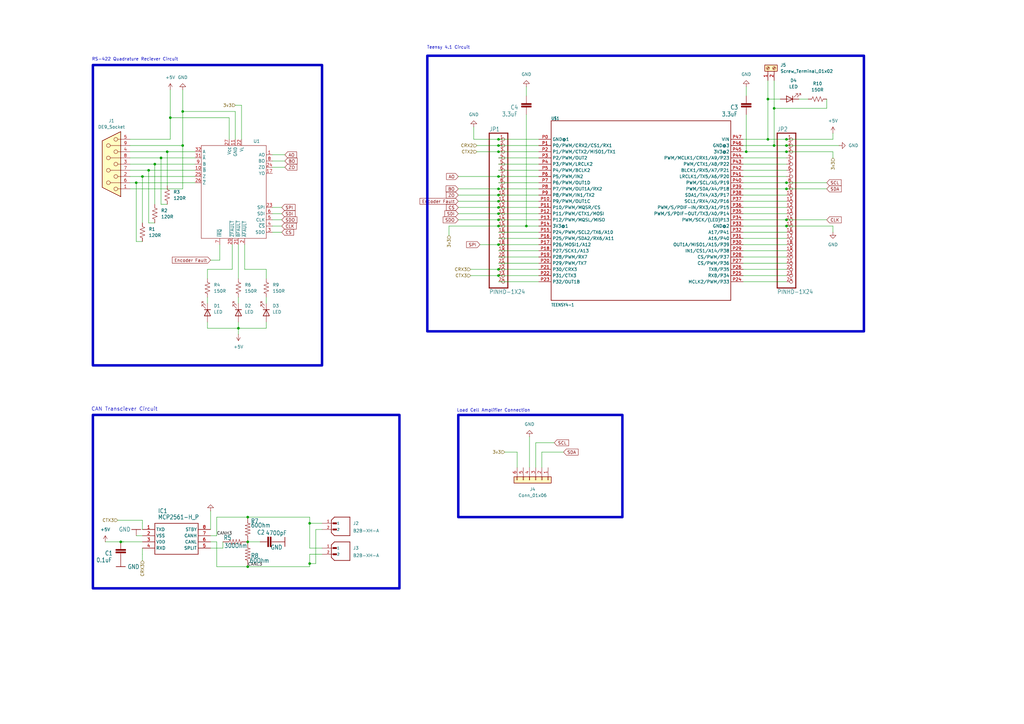
<source format=kicad_sch>
(kicad_sch (version 20250114) (generator "eeschema") (generator_version "9.0")
  (paper "A3")
  (lib_symbols
    (symbol "ATO Breakout Components:MAX14890E"
      (property "Reference" "U1" (at 7.366 19.558 0))
      (symbol "MAX14890E_0_1"
        (rectangle (start -13.97 17.78) (end 12.7 -20.32))
      )
      (symbol "MAX14890E_1_1"
        (pin input line (at -16.51 15.24 0) (length 2.54) (name "A") (number "32"))
        (pin input line (at -16.51 12.7 0) (length 2.54) (name "~{A}") (number "31"))
        (pin input line (at -16.51 10.16 0) (length 2.54) (name "B") (number "9"))
        (pin input line (at -16.51 7.62 0) (length 2.54) (name "~{B}") (number "10"))
        (pin output line (at -16.51 5.08 0) (length 2.54) (name "Z") (number "25"))
        (pin output line (at -16.51 2.54 0) (length 2.54) (name "~{Z}") (number "26"))
        (pin output line (at -6.35 -22.86 90) (length 2.54) (name "~{IRQ}") (number "7"))
        (pin output line (at -2.54 20.32 270) (length 2.54) (name "V_{CC}") (number "27"))
        (pin input line (at -1.27 -22.86 90) (length 2.54) (name "~{ZFAULT}") (number "20"))
        (pin input line (at 0 20.32 270) (length 2.54) (name "GND") (number "11"))
        (pin input line (at 1.27 -22.86 90) (length 2.54) (name "~{BFAULT}") (number "21"))
        (pin input line (at 2.54 20.32 270) (length 2.54) (name "V_{L}") (number "22"))
        (pin output line (at 3.81 -22.86 90) (length 2.54) (name "~{AFAULT}") (number "2"))
        (pin input line (at 15.24 13.97 180) (length 2.54) (name "AO") (number "1"))
        (pin output line (at 15.24 11.43 180) (length 2.54) (name "BO") (number "8"))
        (pin output line (at 15.24 8.89 180) (length 2.54) (name "ZO") (number "24"))
        (pin input line (at 15.24 6.35 180) (length 2.54) (name "YO") (number "17"))
        (pin input line (at 15.24 -7.62 180) (length 2.54) (name "SPI") (number "23"))
        (pin input line (at 15.24 -10.16 180) (length 2.54) (name "SDI") (number "6"))
        (pin input line (at 15.24 -12.7 180) (length 2.54) (name "CLK") (number "5"))
        (pin output line (at 15.24 -15.24 180) (length 2.54) (name "~{CS}") (number "4"))
        (pin output line (at 15.24 -17.78 180) (length 2.54) (name "SDO") (number "3"))
      )
    )
    (symbol "Connector:DE9_Socket" (pin_names (offset 1.016) (hide yes))
      (property "Reference" "J" (at 0 13.97 0))
      (property "Value" "DE9_Socket" (at 0 -14.605 0))
      (symbol "DE9_Socket_0_1"
        (polyline (pts (xy -3.81 13.335) (xy -3.81 -13.335) (xy 3.81 -9.525) (xy 3.81 9.525) (xy -3.81 13.335)) (stroke (width 0.254)) (fill (type background)))
        (polyline (pts (xy -3.81 10.16) (xy -2.54 10.16)))
        (polyline (pts (xy -3.81 7.62) (xy 0.508 7.62)))
        (polyline (pts (xy -3.81 5.08) (xy -2.54 5.08)))
        (polyline (pts (xy -3.81 2.54) (xy 0.508 2.54)))
        (polyline (pts (xy -3.81 0) (xy -2.54 0)))
        (polyline (pts (xy -3.81 -2.54) (xy 0.508 -2.54)))
        (polyline (pts (xy -3.81 -5.08) (xy -2.54 -5.08)))
        (polyline (pts (xy -3.81 -7.62) (xy 0.508 -7.62)))
        (polyline (pts (xy -3.81 -10.16) (xy -2.54 -10.16)))
        (circle (center -1.778 10.16) (radius 0.762))
        (circle (center -1.778 5.08) (radius 0.762))
        (circle (center -1.778 0) (radius 0.762))
        (circle (center -1.778 -5.08) (radius 0.762))
        (circle (center -1.778 -10.16) (radius 0.762))
        (circle (center 1.27 7.62) (radius 0.762))
        (circle (center 1.27 2.54) (radius 0.762))
        (circle (center 1.27 -2.54) (radius 0.762))
        (circle (center 1.27 -7.62) (radius 0.762))
      )
      (symbol "DE9_Socket_1_1"
        (pin passive line (at -7.62 10.16 0) (length 3.81) (name "1") (number "1"))
        (pin passive line (at -7.62 7.62 0) (length 3.81) (name "6") (number "6"))
        (pin passive line (at -7.62 5.08 0) (length 3.81) (name "2") (number "2"))
        (pin passive line (at -7.62 2.54 0) (length 3.81) (name "7") (number "7"))
        (pin passive line (at -7.62 0 0) (length 3.81) (name "3") (number "3"))
        (pin passive line (at -7.62 -2.54 0) (length 3.81) (name "8") (number "8"))
        (pin passive line (at -7.62 -5.08 0) (length 3.81) (name "4") (number "4"))
        (pin passive line (at -7.62 -7.62 0) (length 3.81) (name "9") (number "9"))
        (pin passive line (at -7.62 -10.16 0) (length 3.81) (name "5") (number "5"))
      )
    )
    (symbol "Connector:Screw_Terminal_01x02" (pin_names (offset 1.016) (hide yes))
      (property "Reference" "J" (at 0 2.54 0))
      (property "Value" "Screw_Terminal_01x02" (at 0 -5.08 0))
      (symbol "Screw_Terminal_01x02_1_1"
        (rectangle (start -1.27 1.27) (end 1.27 -3.81) (stroke (width 0.254)) (fill (type background)))
        (polyline (pts (xy -0.5334 0.3302) (xy 0.3302 -0.508)) (stroke (width 0.1524)))
        (polyline (pts (xy -0.5334 -2.2098) (xy 0.3302 -3.048)) (stroke (width 0.1524)))
        (polyline (pts (xy -0.3556 0.508) (xy 0.508 -0.3302)) (stroke (width 0.1524)))
        (polyline (pts (xy -0.3556 -2.032) (xy 0.508 -2.8702)) (stroke (width 0.1524)))
        (circle (center 0 0) (radius 0.635) (stroke (width 0.1524)))
        (circle (center 0 -2.54) (radius 0.635) (stroke (width 0.1524)))
        (pin passive line (at -5.08 0 0) (length 3.81) (name "Pin_1") (number "1"))
        (pin passive line (at -5.08 -2.54 0) (length 3.81) (name "Pin_2") (number "2"))
      )
    )
    (symbol "Connector_Generic:Conn_01x06" (pin_names (offset 1.016) (hide yes))
      (property "Reference" "J" (at 0 7.62 0))
      (property "Value" "Conn_01x06" (at 0 -10.16 0))
      (symbol "Conn_01x06_1_1"
        (rectangle (start -1.27 6.35) (end 1.27 -8.89) (stroke (width 0.254)) (fill (type background)))
        (rectangle (start -1.27 5.207) (end 0 4.953) (stroke (width 0.1524)))
        (rectangle (start -1.27 2.667) (end 0 2.413) (stroke (width 0.1524)))
        (rectangle (start -1.27 0.127) (end 0 -0.127) (stroke (width 0.1524)))
        (rectangle (start -1.27 -2.413) (end 0 -2.667) (stroke (width 0.1524)))
        (rectangle (start -1.27 -4.953) (end 0 -5.207) (stroke (width 0.1524)))
        (rectangle (start -1.27 -7.493) (end 0 -7.747) (stroke (width 0.1524)))
        (pin passive line (at -5.08 5.08 0) (length 3.81) (name "Pin_1") (number "1"))
        (pin passive line (at -5.08 2.54 0) (length 3.81) (name "Pin_2") (number "2"))
        (pin passive line (at -5.08 0 0) (length 3.81) (name "Pin_3") (number "3"))
        (pin passive line (at -5.08 -2.54 0) (length 3.81) (name "Pin_4") (number "4"))
        (pin passive line (at -5.08 -5.08 0) (length 3.81) (name "Pin_5") (number "5"))
        (pin passive line (at -5.08 -7.62 0) (length 3.81) (name "Pin_6") (number "6"))
      )
    )
    (symbol "Device:LED" (pin_numbers (hide yes)) (pin_names (offset 1.016) (hide yes))
      (property "Reference" "D" (at 0 2.54 0))
      (property "Value" "LED" (at 0 -2.54 0))
      (symbol "LED_0_1"
        (polyline (pts (xy -3.048 -0.762) (xy -4.572 -2.286) (xy -3.81 -2.286) (xy -4.572 -2.286) (xy -4.572 -1.524)))
        (polyline (pts (xy -1.778 -0.762) (xy -3.302 -2.286) (xy -2.54 -2.286) (xy -3.302 -2.286) (xy -3.302 -1.524)))
        (polyline (pts (xy -1.27 0) (xy 1.27 0)))
        (polyline (pts (xy -1.27 -1.27) (xy -1.27 1.27)) (stroke (width 0.254)))
        (polyline (pts (xy 1.27 -1.27) (xy 1.27 1.27) (xy -1.27 0) (xy 1.27 -1.27)) (stroke (width 0.254)))
      )
      (symbol "LED_1_1"
        (pin passive line (at -3.81 0 0) (length 2.54) (name "K") (number "1"))
        (pin passive line (at 3.81 0 180) (length 2.54) (name "A") (number "2"))
      )
    )
    (symbol "Device:R_US" (pin_numbers (hide yes)) (pin_names (offset 0))
      (property "Reference" "R" (at 2.54 0 90))
      (property "Value" "R_US" (at -2.54 0 90))
      (symbol "R_US_0_1"
        (polyline (pts (xy 0 2.286) (xy 0 2.54)))
        (polyline (pts (xy 0 2.286) (xy 1.016 1.905) (xy 0 1.524) (xy -1.016 1.143) (xy 0 0.762)))
        (polyline (pts (xy 0 0.762) (xy 1.016 0.381) (xy 0 0) (xy -1.016 -0.381) (xy 0 -0.762)))
        (polyline (pts (xy 0 -0.762) (xy 1.016 -1.143) (xy 0 -1.524) (xy -1.016 -1.905) (xy 0 -2.286)))
        (polyline (pts (xy 0 -2.286) (xy 0 -2.54)))
      )
      (symbol "R_US_1_1"
        (pin passive line (at 0 3.81 270) (length 1.27) (name "~") (number "1"))
        (pin passive line (at 0 -3.81 90) (length 1.27) (name "~") (number "2"))
      )
    )
    (symbol "Digikey Components:B2B-XH-A" (pin_names (offset 1.016))
      (property "Reference" "J" (at -2.54 6.35 0))
      (property "Value" "B2B-XH-A" (at -2.54 -5.08 0))
      (symbol "B2B-XH-A_0_0"
        (polyline (pts (xy -3.81 3.81) (xy -3.81 -1.27)) (stroke (width 0.254)))
        (polyline (pts (xy -3.81 3.81) (xy -2.54 5.08)) (stroke (width 0.254)))
        (polyline (pts (xy -3.81 -1.27) (xy -2.54 -2.54)) (stroke (width 0.254)))
        (rectangle (start -3.175 2.2225) (end -1.5875 2.8575) (stroke (width 0.1)) (fill (type outline)))
        (rectangle (start -3.175 -0.3175) (end -1.5875 0.3175) (stroke (width 0.1)) (fill (type outline)))
        (polyline (pts (xy -2.54 -2.54) (xy 3.81 -2.54)) (stroke (width 0.254)))
        (polyline (pts (xy 3.81 5.08) (xy -2.54 5.08)) (stroke (width 0.254)))
        (polyline (pts (xy 3.81 -2.54) (xy 3.81 5.08)) (stroke (width 0.254)))
        (pin passive line (at -7.62 2.54 0) (length 5.08) (name "1") (number "1"))
        (pin passive line (at -7.62 0 0) (length 5.08) (name "2") (number "2"))
      )
    )
    (symbol "power:+5V" (power) (pin_numbers (hide yes)) (pin_names (offset 0) (hide yes))
      (property "Value" "+5V" (at 0 3.556 0))
      (symbol "+5V_0_1"
        (polyline (pts (xy -0.762 1.27) (xy 0 2.54)))
        (polyline (pts (xy 0 2.54) (xy 0.762 1.27)))
        (polyline (pts (xy 0 0) (xy 0 2.54)))
      )
      (symbol "+5V_1_1"
        (pin power_in line (at 0 0 90) (length 0) (name "~") (number "1"))
      )
    )
    (symbol "power:GND" (power) (pin_numbers (hide yes)) (pin_names (offset 0) (hide yes))
      (property "Value" "GND" (at 0 -3.81 0))
      (symbol "GND_0_1"
        (polyline (pts (xy 0 0) (xy 0 -1.27) (xy 1.27 -1.27) (xy 0 -2.54) (xy -1.27 -1.27) (xy 0 -1.27)))
      )
      (symbol "GND_1_1"
        (pin power_in line (at 0 0 270) (length 0) (name "~") (number "1"))
      )
    )
    (symbol "rdsData-eagle-import:CAP"
      (property "Reference" "C" (at 1.524 2.921 0))
      (symbol "CAP_1_0"
        (rectangle (start -2.032 1.524) (end 2.032 2.032) (fill (type outline)))
        (rectangle (start -2.032 0.508) (end 2.032 1.016) (fill (type outline)))
        (polyline (pts (xy 0 2.54) (xy 0 2.032)) (stroke (width 0.1524)))
        (polyline (pts (xy 0 0) (xy 0 0.508)) (stroke (width 0.1524)))
        (pin passive line (at 0 5.08 270) (length 2.54) (name "1") (number "1"))
        (pin passive line (at 0 -2.54 90) (length 2.54) (name "2") (number "2"))
      )
    )
    (symbol "rdsData-eagle-import:GND" (power)
      (symbol "GND_1_0"
        (polyline (pts (xy -1.905 0) (xy 1.905 0)) (stroke (width 0.254)))
        (pin power_in line (at 0 2.54 270) (length 2.54) (name "GND") (number "1"))
      )
    )
    (symbol "rdsData-eagle-import:MCP2561-H_P"
      (property "Reference" "IC" (at 24.13 7.62 0))
      (symbol "MCP2561-H_P_1_0"
        (polyline (pts (xy 5.08 2.54) (xy 5.08 -10.16)) (stroke (width 0.254)))
        (polyline (pts (xy 5.08 2.54) (xy 22.86 2.54)) (stroke (width 0.254)))
        (polyline (pts (xy 22.86 -10.16) (xy 5.08 -10.16)) (stroke (width 0.254)))
        (polyline (pts (xy 22.86 -10.16) (xy 22.86 2.54)) (stroke (width 0.254)))
        (pin bidirectional line (at 0 0 0) (length 5.08) (name "TXD") (number "1"))
        (pin bidirectional line (at 0 -2.54 0) (length 5.08) (name "VSS") (number "2"))
        (pin bidirectional line (at 0 -5.08 0) (length 5.08) (name "VDD") (number "3"))
        (pin bidirectional line (at 0 -7.62 0) (length 5.08) (name "RXD") (number "4"))
        (pin bidirectional line (at 27.94 0 180) (length 5.08) (name "STBY") (number "8"))
        (pin bidirectional line (at 27.94 -2.54 180) (length 5.08) (name "CANH") (number "7"))
        (pin bidirectional line (at 27.94 -5.08 180) (length 5.08) (name "CANL") (number "6"))
        (pin bidirectional line (at 27.94 -7.62 180) (length 5.08) (name "SPLIT") (number "5"))
      )
    )
    (symbol "rdsData-eagle-import:PINHD-1X24"
      (property "Reference" "JP" (at -6.35 31.115 0))
      (symbol "PINHD-1X24_1_0"
        (polyline (pts (xy -6.35 30.48) (xy -6.35 -33.02)) (stroke (width 0.4064)))
        (polyline (pts (xy -6.35 -33.02) (xy 1.27 -33.02)) (stroke (width 0.4064)))
        (polyline (pts (xy 1.27 30.48) (xy -6.35 30.48)) (stroke (width 0.4064)))
        (polyline (pts (xy 1.27 -33.02) (xy 1.27 30.48)) (stroke (width 0.4064)))
        (pin passive inverted (at -2.54 27.94 0) (length 2.54) (name "1") (number "1"))
        (pin passive inverted (at -2.54 25.4 0) (length 2.54) (name "2") (number "2"))
        (pin passive inverted (at -2.54 22.86 0) (length 2.54) (name "3") (number "3"))
        (pin passive inverted (at -2.54 20.32 0) (length 2.54) (name "4") (number "4"))
        (pin passive inverted (at -2.54 17.78 0) (length 2.54) (name "5") (number "5"))
        (pin passive inverted (at -2.54 15.24 0) (length 2.54) (name "6") (number "6"))
        (pin passive inverted (at -2.54 12.7 0) (length 2.54) (name "7") (number "7"))
        (pin passive inverted (at -2.54 10.16 0) (length 2.54) (name "8") (number "8"))
        (pin passive inverted (at -2.54 7.62 0) (length 2.54) (name "9") (number "9"))
        (pin passive inverted (at -2.54 5.08 0) (length 2.54) (name "10") (number "10"))
        (pin passive inverted (at -2.54 2.54 0) (length 2.54) (name "11") (number "11"))
        (pin passive inverted (at -2.54 0 0) (length 2.54) (name "12") (number "12"))
        (pin passive inverted (at -2.54 -2.54 0) (length 2.54) (name "13") (number "13"))
        (pin passive inverted (at -2.54 -5.08 0) (length 2.54) (name "14") (number "14"))
        (pin passive inverted (at -2.54 -7.62 0) (length 2.54) (name "15") (number "15"))
        (pin passive inverted (at -2.54 -10.16 0) (length 2.54) (name "16") (number "16"))
        (pin passive inverted (at -2.54 -12.7 0) (length 2.54) (name "17") (number "17"))
        (pin passive inverted (at -2.54 -15.24 0) (length 2.54) (name "18") (number "18"))
        (pin passive inverted (at -2.54 -17.78 0) (length 2.54) (name "19") (number "19"))
        (pin passive inverted (at -2.54 -20.32 0) (length 2.54) (name "20") (number "20"))
        (pin passive inverted (at -2.54 -22.86 0) (length 2.54) (name "21") (number "21"))
        (pin passive inverted (at -2.54 -25.4 0) (length 2.54) (name "22") (number "22"))
        (pin passive inverted (at -2.54 -27.94 0) (length 2.54) (name "23") (number "23"))
        (pin passive inverted (at -2.54 -30.48 0) (length 2.54) (name "24") (number "24"))
      )
    )
    (symbol "rdsData-eagle-import:RES"
      (property "Reference" "R" (at -3.81 1.4986 0))
      (symbol "RES_1_0"
        (polyline (pts (xy -2.54 0) (xy -2.159 1.016)) (stroke (width 0.1524)))
        (polyline (pts (xy -2.159 1.016) (xy -1.524 -1.016)) (stroke (width 0.1524)))
        (polyline (pts (xy -1.524 -1.016) (xy -0.889 1.016)) (stroke (width 0.1524)))
        (polyline (pts (xy -0.889 1.016) (xy -0.254 -1.016)) (stroke (width 0.1524)))
        (polyline (pts (xy -0.254 -1.016) (xy 0.381 1.016)) (stroke (width 0.1524)))
        (polyline (pts (xy 0.381 1.016) (xy 1.016 -1.016)) (stroke (width 0.1524)))
        (polyline (pts (xy 1.016 -1.016) (xy 1.651 1.016)) (stroke (width 0.1524)))
        (polyline (pts (xy 1.651 1.016) (xy 2.286 -1.016)) (stroke (width 0.1524)))
        (polyline (pts (xy 2.286 -1.016) (xy 2.54 0)) (stroke (width 0.1524)))
        (pin passive line (at -5.08 0 0) (length 2.54) (name "1") (number "1"))
        (pin passive line (at 5.08 0 180) (length 2.54) (name "2") (number "2"))
      )
    )
    (symbol "rdsData-eagle-import:TEENSY4-1"
      (symbol "TEENSY4-1_1_0"
        (polyline (pts (xy -38.1 35.56) (xy 35.56 35.56)) (stroke (width 0.254)))
        (polyline (pts (xy -38.1 -38.1) (xy -38.1 35.56)) (stroke (width 0.254)))
        (polyline (pts (xy 35.56 35.56) (xy 35.56 -38.1)) (stroke (width 0.254)))
        (polyline (pts (xy 35.56 -38.1) (xy -38.1 -38.1)) (stroke (width 0.254)))
        (pin bidirectional line (at -43.18 27.94 0) (length 5.08) (name "GND@1") (number "P0"))
        (pin bidirectional line (at -43.18 25.4 0) (length 5.08) (name "P0/PWM/CRX2/CS1/RX1") (number "P1"))
        (pin bidirectional line (at -43.18 22.86 0) (length 5.08) (name "P1/PWM/CTX2/MISO1/TX1") (number "P2"))
        (pin bidirectional line (at -43.18 20.32 0) (length 5.08) (name "P2/PWM/OUT2") (number "P3"))
        (pin bidirectional line (at -43.18 17.78 0) (length 5.08) (name "P3/PWM/LRCLK2") (number "P4"))
        (pin bidirectional line (at -43.18 15.24 0) (length 5.08) (name "P4/PWM/BCLK2") (number "P5"))
        (pin bidirectional line (at -43.18 12.7 0) (length 5.08) (name "P5/PWM/IN2") (number "P6"))
        (pin bidirectional line (at -43.18 10.16 0) (length 5.08) (name "P6/PWM/OUT1D") (number "P7"))
        (pin bidirectional line (at -43.18 7.62 0) (length 5.08) (name "P7/PWM/OUT1A/RX2") (number "P8"))
        (pin bidirectional line (at -43.18 5.08 0) (length 5.08) (name "P8/PWM/IN1/TX2") (number "P9"))
        (pin bidirectional line (at -43.18 2.54 0) (length 5.08) (name "P9/PWM/OUT1C") (number "P10"))
        (pin bidirectional line (at -43.18 0 0) (length 5.08) (name "P10/PWM/MQSR/CS") (number "P11"))
        (pin bidirectional line (at -43.18 -2.54 0) (length 5.08) (name "P11/PWM/CTX1/MOSI") (number "P12"))
        (pin bidirectional line (at -43.18 -5.08 0) (length 5.08) (name "P12/PWM/MQSL/MISO") (number "P13"))
        (pin bidirectional line (at -43.18 -7.62 0) (length 5.08) (name "3V3@1") (number "P14"))
        (pin bidirectional line (at -43.18 -10.16 0) (length 5.08) (name "P24/PWM/SCL2/TX6/A10") (number "P15"))
        (pin bidirectional line (at -43.18 -12.7 0) (length 5.08) (name "P25/PWM/SDA2/RX6/A11") (number "P16"))
        (pin bidirectional line (at -43.18 -15.24 0) (length 5.08) (name "P26/MOSI1/A12") (number "P17"))
        (pin bidirectional line (at -43.18 -17.78 0) (length 5.08) (name "P27/SCK1/A13") (number "P18"))
        (pin bidirectional line (at -43.18 -20.32 0) (length 5.08) (name "P28/PWM/RX7") (number "P19"))
        (pin bidirectional line (at -43.18 -22.86 0) (length 5.08) (name "P29/PWM/TX7") (number "P20"))
        (pin bidirectional line (at -43.18 -25.4 0) (length 5.08) (name "P30/CRX3") (number "P21"))
        (pin bidirectional line (at -43.18 -27.94 0) (length 5.08) (name "P31/CTX3") (number "P22"))
        (pin bidirectional line (at -43.18 -30.48 0) (length 5.08) (name "P32/OUT1B") (number "P23"))
        (pin bidirectional line (at 40.64 27.94 180) (length 5.08) (name "VIN") (number "P47"))
        (pin bidirectional line (at 40.64 25.4 180) (length 5.08) (name "GND@3") (number "P46"))
        (pin bidirectional line (at 40.64 22.86 180) (length 5.08) (name "3V3@2") (number "P45"))
        (pin bidirectional line (at 40.64 20.32 180) (length 5.08) (name "PWM/MCLK1/CRX1/A9/P23") (number "P44"))
        (pin bidirectional line (at 40.64 17.78 180) (length 5.08) (name "PWM/CTX1/A8/P22") (number "P43"))
        (pin bidirectional line (at 40.64 15.24 180) (length 5.08) (name "BLCK1/RX5/A7/P21") (number "P42"))
        (pin bidirectional line (at 40.64 12.7 180) (length 5.08) (name "LRCLK1/TX5/A6/P20") (number "P41"))
        (pin bidirectional line (at 40.64 10.16 180) (length 5.08) (name "PWM/SCL/A5/P19") (number "P40"))
        (pin bidirectional line (at 40.64 7.62 180) (length 5.08) (name "PWM/SDA/A4/P18") (number "P39"))
        (pin bidirectional line (at 40.64 5.08 180) (length 5.08) (name "SDA1/TX4/A3/P17") (number "P38"))
        (pin bidirectional line (at 40.64 2.54 180) (length 5.08) (name "SCL1/RX4/A2/P16") (number "P37"))
        (pin bidirectional line (at 40.64 0 180) (length 5.08) (name "PWM/S/PDIF-IN/RX3/A1/P15") (number "P36"))
        (pin bidirectional line (at 40.64 -2.54 180) (length 5.08) (name "PWM/S/PDIF-OUT/TX3/A0/P14") (number "P35"))
        (pin bidirectional line (at 40.64 -5.08 180) (length 5.08) (name "PWM/SCK/(LED)P13") (number "P34"))
        (pin bidirectional line (at 40.64 -7.62 180) (length 5.08) (name "GND@2") (number "P33"))
        (pin bidirectional line (at 40.64 -10.16 180) (length 5.08) (name "A17/P41") (number "P32"))
        (pin bidirectional line (at 40.64 -12.7 180) (length 5.08) (name "A16/P40") (number "P31"))
        (pin bidirectional line (at 40.64 -15.24 180) (length 5.08) (name "OUT1A/MISO1/A15/P39") (number "P30"))
        (pin bidirectional line (at 40.64 -17.78 180) (length 5.08) (name "IN1/CS1/A14/P38") (number "P29"))
        (pin bidirectional line (at 40.64 -20.32 180) (length 5.08) (name "CS/PWM/P37") (number "P28"))
        (pin bidirectional line (at 40.64 -22.86 180) (length 5.08) (name "CS/PWM/P36") (number "P27"))
        (pin bidirectional line (at 40.64 -25.4 180) (length 5.08) (name "TX8/P35") (number "P26"))
        (pin bidirectional line (at 40.64 -27.94 180) (length 5.08) (name "RX8/P34") (number "P25"))
        (pin bidirectional line (at 40.64 -30.48 180) (length 5.08) (name "MCLK2/PWM/P33") (number "P24"))
      )
    )
  )
  (rectangle (start 175.26 22.86) (end 354.33 135.89) (stroke (width 1.016)))
  (rectangle (start 38.1 26.67) (end 132.08 149.86) (stroke (width 1.016)))
  (rectangle (start 187.96 170.18) (end 255.27 212.09) (stroke (width 1.016)))
  (rectangle (start 38.1 170.18) (end 163.83 241.3) (stroke (width 1.016)))
  (text "Load Cell Amplifier Connection" (at 202.438 168.402 0) (effects (font (size 1.27 1.27))))
  (text "RS-422 Quadrature Reciever Circuit" (at 55.372 24.384 0) (effects (font (size 1.27 1.27))))
  (text "Teensy 4.1 Circuit" (at 183.896 19.558 0) (effects (font (size 1.27 1.27))))
  (text "CAN Transciever Circuit" (at 51.054 167.894 0) (effects (font (size 1.524 1.524))))
  (junction (at 69.85 48.26))
  (junction (at 127 214.63))
  (junction (at 322.58 74.93))
  (junction (at 204.47 110.49))
  (junction (at 204.47 62.23))
  (junction (at 49.53 222.25))
  (junction (at 314.96 57.15))
  (junction (at 66.04 64.77))
  (junction (at 322.58 62.23))
  (junction (at 63.5 67.31))
  (junction (at 74.93 45.72))
  (junction (at 317.5 59.69))
  (junction (at 322.58 57.15))
  (junction (at 204.47 100.33))
  (junction (at 322.58 92.71))
  (junction (at 204.47 80.01))
  (junction (at 204.47 72.39))
  (junction (at 204.47 59.69))
  (junction (at 101.6 212.09))
  (junction (at 204.47 90.17))
  (junction (at 204.47 85.09))
  (junction (at 204.47 77.47))
  (junction (at 74.93 59.69))
  (junction (at 317.5 44.45))
  (junction (at 204.47 113.03))
  (junction (at 55.88 74.93))
  (junction (at 306.07 62.23))
  (junction (at 204.47 82.55))
  (junction (at 58.42 72.39))
  (junction (at 204.47 87.63))
  (junction (at 215.9 92.71))
  (junction (at 68.58 62.23))
  (junction (at 60.96 69.85))
  (junction (at 314.96 40.64))
  (junction (at 101.6 222.25))
  (junction (at 322.58 90.17))
  (junction (at 322.58 77.47))
  (junction (at 127 231.14))
  (junction (at 204.47 92.71))
  (junction (at 101.6 232.41))
  (junction (at 97.79 134.62))
  (junction (at 322.58 59.69))
  (junction (at 204.47 57.15))
  (wire (pts (xy 97.79 132.08) (xy 97.79 134.62)))
  (wire (pts (xy 111.76 90.17) (xy 115.57 90.17)))
  (wire (pts (xy 63.5 91.44) (xy 60.96 91.44)))
  (wire (pts (xy 304.8 110.49) (xy 322.58 110.49)))
  (wire (pts (xy 204.47 107.95) (xy 220.98 107.95)))
  (wire (pts (xy 304.8 80.01) (xy 322.58 80.01)))
  (wire (pts (xy 99.06 43.18) (xy 96.52 43.18)))
  (wire (pts (xy 129.54 217.17) (xy 129.54 231.14)))
  (wire (pts (xy 187.96 77.47) (xy 204.47 77.47)))
  (wire (pts (xy 304.8 102.87) (xy 322.58 102.87)))
  (wire (pts (xy 204.47 77.47) (xy 220.98 77.47)))
  (wire (pts (xy 127 214.63) (xy 127 224.79)) (stroke (width 0.1524)))
  (wire (pts (xy 111.76 85.09) (xy 115.57 85.09)))
  (wire (pts (xy 314.96 40.64) (xy 314.96 57.15)))
  (wire (pts (xy 187.96 82.55) (xy 204.47 82.55)))
  (wire (pts (xy 109.22 121.92) (xy 109.22 124.46)))
  (wire (pts (xy 68.58 62.23) (xy 68.58 76.2)))
  (wire (pts (xy 304.8 105.41) (xy 322.58 105.41)))
  (wire (pts (xy 48.26 213.36) (xy 58.42 213.36)))
  (wire (pts (xy 58.42 227.33) (xy 58.42 229.87)))
  (wire (pts (xy 204.47 110.49) (xy 220.98 110.49)))
  (wire (pts (xy 60.96 69.85) (xy 80.01 69.85)))
  (wire (pts (xy 127 227.33) (xy 132.08 227.33)) (stroke (width 0.1524)))
  (wire (pts (xy 53.34 74.93) (xy 55.88 74.93)))
  (wire (pts (xy 317.5 33.02) (xy 317.5 44.45)))
  (wire (pts (xy 85.09 110.49) (xy 95.25 110.49)))
  (wire (pts (xy 304.8 85.09) (xy 322.58 85.09)))
  (wire (pts (xy 204.47 69.85) (xy 220.98 69.85)))
  (wire (pts (xy 184.15 96.52) (xy 184.15 92.71)))
  (wire (pts (xy 304.8 72.39) (xy 322.58 72.39)))
  (wire (pts (xy 101.6 222.25) (xy 106.68 222.25)) (stroke (width 0.1524)))
  (wire (pts (xy 322.58 59.69) (xy 344.17 59.69)))
  (wire (pts (xy 304.8 115.57) (xy 322.58 115.57)))
  (wire (pts (xy 204.47 72.39) (xy 220.98 72.39)))
  (wire (pts (xy 215.9 35.56) (xy 215.9 39.37)))
  (wire (pts (xy 204.47 74.93) (xy 220.98 74.93)))
  (wire (pts (xy 187.96 72.39) (xy 204.47 72.39)))
  (wire (pts (xy 219.71 191.77) (xy 219.71 181.61)))
  (wire (pts (xy 86.36 222.25) (xy 88.9 222.25)) (stroke (width 0.1524)))
  (wire (pts (xy 304.8 82.55) (xy 322.58 82.55)))
  (wire (pts (xy 204.47 102.87) (xy 220.98 102.87)))
  (wire (pts (xy 222.25 191.77) (xy 222.25 185.42)))
  (wire (pts (xy 217.17 179.07) (xy 217.17 191.77)))
  (wire (pts (xy 101.6 212.09) (xy 127 212.09)) (stroke (width 0.1524)))
  (wire (pts (xy 304.8 57.15) (xy 314.96 57.15)))
  (wire (pts (xy 95.25 100.33) (xy 95.25 110.49)))
  (wire (pts (xy 85.09 132.08) (xy 85.09 134.62)))
  (wire (pts (xy 91.44 224.79) (xy 91.44 222.25)) (stroke (width 0.1524)))
  (wire (pts (xy 74.93 45.72) (xy 74.93 59.69)))
  (wire (pts (xy 219.71 181.61) (xy 227.33 181.61)))
  (wire (pts (xy 304.8 90.17) (xy 322.58 90.17)))
  (wire (pts (xy 60.96 91.44) (xy 60.96 69.85)))
  (wire (pts (xy 58.42 217.17) (xy 58.42 214.63)) (stroke (width 0.1524)))
  (wire (pts (xy 317.5 59.69) (xy 322.58 59.69)))
  (wire (pts (xy 101.6 232.41) (xy 127 232.41)) (stroke (width 0.1524)))
  (wire (pts (xy 99.06 57.15) (xy 99.06 43.18)))
  (wire (pts (xy 88.9 212.09) (xy 101.6 212.09)) (stroke (width 0.1524)))
  (wire (pts (xy 85.09 110.49) (xy 85.09 114.3)))
  (wire (pts (xy 43.18 222.25) (xy 49.53 222.25)) (stroke (width 0.1524)))
  (wire (pts (xy 184.15 92.71) (xy 204.47 92.71)))
  (wire (pts (xy 97.79 134.62) (xy 97.79 137.16)))
  (wire (pts (xy 304.8 62.23) (xy 306.07 62.23)))
  (wire (pts (xy 314.96 33.02) (xy 314.96 40.64)))
  (wire (pts (xy 304.8 64.77) (xy 322.58 64.77)))
  (wire (pts (xy 304.8 59.69) (xy 317.5 59.69)))
  (wire (pts (xy 66.04 64.77) (xy 66.04 83.82)))
  (wire (pts (xy 53.34 64.77) (xy 66.04 64.77)))
  (wire (pts (xy 339.09 40.64) (xy 339.09 44.45)))
  (wire (pts (xy 66.04 64.77) (xy 80.01 64.77)))
  (wire (pts (xy 304.8 87.63) (xy 322.58 87.63)))
  (wire (pts (xy 204.47 67.31) (xy 220.98 67.31)))
  (wire (pts (xy 97.79 134.62) (xy 109.22 134.62)))
  (wire (pts (xy 194.31 57.15) (xy 204.47 57.15)))
  (wire (pts (xy 341.63 62.23) (xy 341.63 64.77)))
  (wire (pts (xy 127 214.63) (xy 132.08 214.63)))
  (wire (pts (xy 204.47 97.79) (xy 220.98 97.79)))
  (wire (pts (xy 304.8 77.47) (xy 322.58 77.47)))
  (wire (pts (xy 187.96 87.63) (xy 204.47 87.63)))
  (wire (pts (xy 204.47 87.63) (xy 220.98 87.63)))
  (wire (pts (xy 86.36 224.79) (xy 91.44 224.79)) (stroke (width 0.1524)))
  (wire (pts (xy 317.5 44.45) (xy 317.5 59.69)))
  (wire (pts (xy 322.58 69.85) (xy 304.8 69.85)) (stroke (width 0.1524)))
  (wire (pts (xy 127 231.14) (xy 127 227.33)) (stroke (width 0.1524)))
  (wire (pts (xy 204.47 85.09) (xy 220.98 85.09)))
  (wire (pts (xy 69.85 36.83) (xy 69.85 48.26)))
  (wire (pts (xy 215.9 92.71) (xy 220.98 92.71)))
  (wire (pts (xy 111.76 68.58) (xy 116.84 68.58)))
  (wire (pts (xy 53.34 59.69) (xy 74.93 59.69)))
  (wire (pts (xy 204.47 80.01) (xy 220.98 80.01)))
  (wire (pts (xy 96.52 57.15) (xy 96.52 45.72)))
  (wire (pts (xy 195.58 59.69) (xy 204.47 59.69)))
  (wire (pts (xy 304.8 92.71) (xy 322.58 92.71)))
  (wire (pts (xy 341.63 92.71) (xy 322.58 92.71)))
  (wire (pts (xy 86.36 209.55) (xy 86.36 217.17)) (stroke (width 0.1524)))
  (wire (pts (xy 100.33 100.33) (xy 100.33 110.49)))
  (wire (pts (xy 204.47 95.25) (xy 220.98 95.25)))
  (wire (pts (xy 93.98 57.15) (xy 93.98 48.26)))
  (wire (pts (xy 55.88 99.06) (xy 55.88 74.93)))
  (wire (pts (xy 341.63 62.23) (xy 322.58 62.23)))
  (wire (pts (xy 304.8 74.93) (xy 322.58 74.93)))
  (wire (pts (xy 53.34 57.15) (xy 69.85 57.15)))
  (wire (pts (xy 58.42 72.39) (xy 80.01 72.39)))
  (wire (pts (xy 53.34 69.85) (xy 60.96 69.85)))
  (wire (pts (xy 306.07 62.23) (xy 322.58 62.23)))
  (wire (pts (xy 204.47 57.15) (xy 220.98 57.15)))
  (wire (pts (xy 204.47 64.77) (xy 220.98 64.77)))
  (wire (pts (xy 322.58 77.47) (xy 339.09 77.47)))
  (wire (pts (xy 204.47 90.17) (xy 220.98 90.17)))
  (wire (pts (xy 96.52 45.72) (xy 74.93 45.72)))
  (wire (pts (xy 93.98 48.26) (xy 69.85 48.26)))
  (wire (pts (xy 194.31 52.07) (xy 194.31 57.15)))
  (wire (pts (xy 111.76 87.63) (xy 115.57 87.63)))
  (wire (pts (xy 132.08 217.17) (xy 129.54 217.17)))
  (wire (pts (xy 111.76 92.71) (xy 115.57 92.71)))
  (wire (pts (xy 314.96 57.15) (xy 322.58 57.15)))
  (wire (pts (xy 111.76 95.25) (xy 115.57 95.25)))
  (wire (pts (xy 88.9 222.25) (xy 88.9 232.41)) (stroke (width 0.1524)))
  (wire (pts (xy 204.47 113.03) (xy 220.98 113.03)))
  (wire (pts (xy 314.96 40.64) (xy 320.04 40.64)))
  (wire (pts (xy 187.96 85.09) (xy 204.47 85.09)))
  (wire (pts (xy 53.34 77.47) (xy 74.93 77.47)))
  (wire (pts (xy 304.8 67.31) (xy 322.58 67.31)))
  (wire (pts (xy 327.66 40.64) (xy 331.47 40.64)))
  (wire (pts (xy 97.79 121.92) (xy 97.79 124.46)))
  (wire (pts (xy 100.33 110.49) (xy 109.22 110.49)))
  (wire (pts (xy 341.63 54.61) (xy 341.63 57.15)))
  (wire (pts (xy 58.42 72.39) (xy 58.42 91.44)))
  (wire (pts (xy 304.8 100.33) (xy 322.58 100.33)))
  (wire (pts (xy 68.58 83.82) (xy 66.04 83.82)))
  (wire (pts (xy 304.8 107.95) (xy 322.58 107.95)))
  (wire (pts (xy 127 212.09) (xy 127 214.63)) (stroke (width 0.1524)))
  (wire (pts (xy 63.5 67.31) (xy 63.5 83.82)))
  (wire (pts (xy 304.8 97.79) (xy 322.58 97.79)))
  (wire (pts (xy 204.47 82.55) (xy 220.98 82.55)))
  (wire (pts (xy 69.85 48.26) (xy 69.85 57.15)))
  (wire (pts (xy 86.36 106.68) (xy 90.17 106.68)))
  (wire (pts (xy 127 232.41) (xy 127 231.14)) (stroke (width 0.1524)))
  (wire (pts (xy 222.25 185.42) (xy 231.14 185.42)))
  (wire (pts (xy 196.85 100.33) (xy 204.47 100.33)))
  (wire (pts (xy 341.63 95.25) (xy 341.63 92.71)))
  (wire (pts (xy 204.47 62.23) (xy 220.98 62.23)))
  (wire (pts (xy 88.9 219.71) (xy 88.9 212.09)) (stroke (width 0.1524)))
  (wire (pts (xy 90.17 106.68) (xy 90.17 100.33)))
  (wire (pts (xy 53.34 62.23) (xy 68.58 62.23)))
  (wire (pts (xy 49.53 222.25) (xy 58.42 222.25)) (stroke (width 0.1524)))
  (wire (pts (xy 111.76 66.04) (xy 116.84 66.04)))
  (wire (pts (xy 111.76 63.5) (xy 116.84 63.5)))
  (wire (pts (xy 187.96 80.01) (xy 204.47 80.01)))
  (wire (pts (xy 304.8 113.03) (xy 322.58 113.03)))
  (wire (pts (xy 212.09 191.77) (xy 212.09 185.42)))
  (wire (pts (xy 53.34 67.31) (xy 63.5 67.31)))
  (wire (pts (xy 88.9 232.41) (xy 101.6 232.41)) (stroke (width 0.1524)))
  (wire (pts (xy 63.5 67.31) (xy 80.01 67.31)))
  (wire (pts (xy 187.96 90.17) (xy 204.47 90.17)))
  (wire (pts (xy 212.09 185.42) (xy 207.01 185.42)))
  (wire (pts (xy 322.58 90.17) (xy 339.09 90.17)))
  (wire (pts (xy 341.63 57.15) (xy 322.58 57.15)))
  (wire (pts (xy 204.47 92.71) (xy 215.9 92.71)))
  (wire (pts (xy 204.47 100.33) (xy 220.98 100.33)))
  (wire (pts (xy 127 224.79) (xy 132.08 224.79)) (stroke (width 0.1524)))
  (wire (pts (xy 58.42 213.36) (xy 58.42 214.63)))
  (wire (pts (xy 85.09 134.62) (xy 97.79 134.62)))
  (wire (pts (xy 204.47 105.41) (xy 220.98 105.41)))
  (wire (pts (xy 195.58 62.23) (xy 204.47 62.23)))
  (wire (pts (xy 58.42 224.79) (xy 58.42 227.33)) (stroke (width 0.1524)))
  (wire (pts (xy 58.42 99.06) (xy 55.88 99.06)))
  (wire (pts (xy 193.04 110.49) (xy 204.47 110.49)))
  (wire (pts (xy 55.88 74.93) (xy 80.01 74.93)))
  (wire (pts (xy 322.58 74.93) (xy 339.09 74.93)))
  (wire (pts (xy 129.54 231.14) (xy 127 231.14)))
  (wire (pts (xy 109.22 110.49) (xy 109.22 114.3)))
  (wire (pts (xy 86.36 219.71) (xy 88.9 219.71)) (stroke (width 0.1524)))
  (wire (pts (xy 304.8 95.25) (xy 322.58 95.25)))
  (wire (pts (xy 58.42 219.71) (xy 55.88 219.71)) (stroke (width 0.1524)))
  (wire (pts (xy 97.79 100.33) (xy 97.79 114.3)))
  (wire (pts (xy 85.09 121.92) (xy 85.09 124.46)))
  (wire (pts (xy 339.09 44.45) (xy 317.5 44.45)))
  (wire (pts (xy 204.47 115.57) (xy 220.98 115.57)))
  (wire (pts (xy 306.07 35.56) (xy 306.07 39.37)))
  (wire (pts (xy 215.9 46.99) (xy 215.9 92.71)))
  (wire (pts (xy 74.93 45.72) (xy 74.93 36.83)))
  (wire (pts (xy 193.04 113.03) (xy 204.47 113.03)))
  (wire (pts (xy 68.58 62.23) (xy 80.01 62.23)))
  (wire (pts (xy 306.07 46.99) (xy 306.07 62.23)))
  (wire (pts (xy 49.53 222.25) (xy 50.8 222.25)))
  (wire (pts (xy 53.34 72.39) (xy 58.42 72.39)))
  (wire (pts (xy 204.47 59.69) (xy 220.98 59.69)))
  (wire (pts (xy 74.93 59.69) (xy 74.93 77.47)))
  (wire (pts (xy 109.22 132.08) (xy 109.22 134.62)))
  (label "CANL3" (at 101.6 232.41 0) (effects (font (size 1.2446 1.2446))))
  (label "CANH3" (at 88.9 219.71 0) (effects (font (size 1.2446 1.2446))))
  (global_label "BO" (shape input) (at 116.84 66.04 0) (property "Intersheetrefs" "${INTERSHEET_REFS}" (effects (hide yes))))
  (global_label "SPI" (shape input) (at 115.57 85.09 0) (property "Intersheetrefs" "${INTERSHEET_REFS}" (effects (hide yes))))
  (global_label "AO" (shape input) (at 187.96 72.39 180) (property "Intersheetrefs" "${INTERSHEET_REFS}" (effects (hide yes))))
  (global_label "SPI" (shape input) (at 196.85 100.33 180) (property "Intersheetrefs" "${INTERSHEET_REFS}" (effects (hide yes))))
  (global_label "SDA" (shape input) (at 231.14 185.42 0) (property "Intersheetrefs" "${INTERSHEET_REFS}" (effects (hide yes))))
  (global_label "SCL" (shape input) (at 227.33 181.61 0) (property "Intersheetrefs" "${INTERSHEET_REFS}" (effects (hide yes))))
  (global_label "SDO" (shape input) (at 187.96 90.17 180) (property "Intersheetrefs" "${INTERSHEET_REFS}" (effects (hide yes))))
  (global_label "SDO" (shape input) (at 115.57 90.17 0) (property "Intersheetrefs" "${INTERSHEET_REFS}" (effects (hide yes))))
  (global_label "SDI" (shape input) (at 115.57 87.63 0) (property "Intersheetrefs" "${INTERSHEET_REFS}" (effects (hide yes))))
  (global_label "AO" (shape input) (at 116.84 63.5 0) (property "Intersheetrefs" "${INTERSHEET_REFS}" (effects (hide yes))))
  (global_label "BO" (shape input) (at 187.96 77.47 180) (property "Intersheetrefs" "${INTERSHEET_REFS}" (effects (hide yes))))
  (global_label "ZO" (shape input) (at 116.84 68.58 0) (property "Intersheetrefs" "${INTERSHEET_REFS}" (effects (hide yes))))
  (global_label "SCL" (shape input) (at 339.09 74.93 0) (property "Intersheetrefs" "${INTERSHEET_REFS}" (effects (hide yes))))
  (global_label "CLK" (shape input) (at 115.57 92.71 0) (property "Intersheetrefs" "${INTERSHEET_REFS}" (effects (hide yes))))
  (global_label "CS" (shape input) (at 115.57 95.25 0) (property "Intersheetrefs" "${INTERSHEET_REFS}" (effects (hide yes))))
  (global_label "SDA" (shape input) (at 339.09 77.47 0) (property "Intersheetrefs" "${INTERSHEET_REFS}" (effects (hide yes))))
  (global_label "Encoder Fault" (shape input) (at 187.96 82.55 180) (property "Intersheetrefs" "${INTERSHEET_REFS}" (effects (hide yes))))
  (global_label "CLK" (shape input) (at 339.09 90.17 0) (property "Intersheetrefs" "${INTERSHEET_REFS}" (effects (hide yes))))
  (global_label "ZO" (shape input) (at 187.96 80.01 180) (property "Intersheetrefs" "${INTERSHEET_REFS}" (effects (hide yes))))
  (global_label "SDI" (shape input) (at 187.96 87.63 180) (property "Intersheetrefs" "${INTERSHEET_REFS}" (effects (hide yes))))
  (global_label "CS" (shape input) (at 187.96 85.09 180) (property "Intersheetrefs" "${INTERSHEET_REFS}" (effects (hide yes))))
  (global_label "Encoder Fault" (shape input) (at 86.36 106.68 180) (property "Intersheetrefs" "${INTERSHEET_REFS}" (effects (hide yes))))
  (hierarchical_label "3v3" (shape input) (at 207.01 185.42 180))
  (hierarchical_label "3v3" (shape input) (at 341.63 64.77 270))
  (hierarchical_label "CTX3" (shape input) (at 48.26 213.36 180))
  (hierarchical_label "CRX2" (shape input) (at 195.58 59.69 180))
  (hierarchical_label "CRX3" (shape input) (at 58.42 229.87 270))
  (hierarchical_label "CTX2" (shape input) (at 195.58 62.23 180))
  (hierarchical_label "CTX3" (shape input) (at 193.04 113.03 180))
  (hierarchical_label "3v3" (shape input) (at 184.15 96.52 270))
  (hierarchical_label "CRX3" (shape input) (at 193.04 110.49 180))
  (hierarchical_label "3v3" (shape input) (at 96.52 43.18 180))
  (symbol (lib_id "rdsData-eagle-import:CAP") (at 215.9 44.45 0) (unit 1)
    (property "Reference" "C4" (at 212.598 43.053 0) (effects (font (size 1.778 1.5113)) (justify right top)))
    (property "Value" "3.3uF" (at 212.344 45.847 0) (effects (font (size 1.778 1.5113)) (justify right top)))
    (property "Footprint" "Capacitor_SMD:C_0805_2012Metric" (effects (hide yes)))
  )
  (symbol (lib_id "power:GND") (at 86.36 209.55 180) (unit 1)
    (property "Reference" "#PWR04" (effects (hide yes)))
    (property "Value" "GND" (effects (hide yes)))
    (property "Description" "Power symbol creates a global label with name \"GND\" , ground" (effects (hide yes)))
  )
  (symbol (lib_id "Connector_Generic:Conn_01x06") (at 219.71 196.85 270) (unit 1)
    (property "Reference" "J4" (at 218.44 200.66 90))
    (property "Value" "Conn_01x06" (at 218.44 203.2 90))
    (property "Footprint" "Connector_PinHeader_2.54mm:PinHeader_1x06_P2.54mm_Vertical" (effects (hide yes)))
    (property "Description" "Generic connector, single row, 01x06, script generated (kicad-library-utils/schlib/autogen/connector/)" (effects (hide yes)))
  )
  (symbol (lib_id "rdsData-eagle-import:CAP") (at 49.53 227.33 0) (unit 1)
    (property "Reference" "C1" (at 46.228 225.933 0) (effects (font (size 1.778 1.5113)) (justify right top)))
    (property "Value" "0.1uF" (at 45.974 228.727 0) (effects (font (size 1.778 1.5113)) (justify right top)))
    (property "Footprint" "Capacitor_SMD:C_0805_2012Metric" (effects (hide yes)))
  )
  (symbol (lib_id "rdsData-eagle-import:PINHD-1X24") (at 325.12 85.09 0) (unit 1)
    (property "Reference" "JP2" (at 318.77 53.975 0) (effects (font (size 1.778 1.5113)) (justify left bottom)))
    (property "Value" "PINHD-1X24" (at 318.77 120.65 0) (effects (font (size 1.778 1.5113)) (justify left bottom)))
    (property "Footprint" "Connector_PinHeader_2.54mm:PinHeader_1x24_P2.54mm_Vertical" (effects (hide yes)))
  )
  (symbol (lib_id "rdsData-eagle-import:PINHD-1X24") (at 207.01 85.09 0) (unit 1)
    (property "Reference" "JP1" (at 200.66 53.975 0) (effects (font (size 1.778 1.5113)) (justify left bottom)))
    (property "Value" "PINHD-1X24" (at 200.66 120.65 0) (effects (font (size 1.778 1.5113)) (justify left bottom)))
    (property "Footprint" "Connector_PinHeader_2.54mm:PinHeader_1x24_P2.54mm_Vertical" (effects (hide yes)))
  )
  (symbol (lib_id "rdsData-eagle-import:MCP2561-H_P") (at 58.42 217.17 0) (unit 1)
    (property "Reference" "IC1" (at 64.77 209.55 0) (effects (font (size 1.778 1.5113)) (justify left)))
    (property "Value" "MCP2561-H_P" (at 64.77 212.09 0) (effects (font (size 1.778 1.5113)) (justify left)))
    (property "Footprint" "Package_DIP:DIP-8_W7.62mm" (effects (hide yes)))
  )
  (symbol (lib_id "power:GND") (at 217.17 179.07 180) (unit 1)
    (property "Reference" "#PWR07" (effects (hide yes)))
    (property "Value" "GND" (at 217.17 173.99 0))
    (property "Description" "Power symbol creates a global label with name \"GND\" , ground" (effects (hide yes)))
  )
  (symbol (lib_id "Connector:DE9_Socket") (at 45.72 67.31 180) (unit 1)
    (property "Reference" "J1" (at 45.72 49.53 0))
    (property "Value" "DE9_Socket" (at 45.72 52.07 0))
    (property "Footprint" "Connector_Dsub:DSUB-9_Socket_Vertical_P2.77x2.84mm_MountingHoles" (effects (hide yes)))
    (property "Description" "9-pin D-SUB connector, socket (female)" (effects (hide yes)))
  )
  (symbol (lib_id "Device:LED") (at 85.09 128.27 270) (unit 1)
    (property "Reference" "D1" (at 87.63 125.4124 90) (effects (justify left)))
    (property "Value" "LED" (at 87.63 127.9524 90) (effects (justify left)))
    (property "Footprint" "LED_THT:LED_D3.0mm" (effects (hide yes)))
    (property "Description" "Light emitting diode" (effects (hide yes)))
    (property "Sim.Pins" "1=K 2=A" (effects (hide yes)))
  )
  (symbol (lib_id "power:+5V") (at 341.63 54.61 0) (unit 1)
    (property "Reference" "#PWR09" (effects (hide yes)))
    (property "Value" "+5V" (at 341.63 49.53 0))
    (property "Description" "Power symbol creates a global label with name \"+5V\"" (effects (hide yes)))
  )
  (symbol (lib_id "ATO Breakout Components:MAX14890E") (at 96.52 77.47 0) (unit 1)
    (property "Reference" "U1" (at 103.886 57.912 0) (effects (justify left)))
    (property "Footprint" "Package_DFN_QFN:TQFN-32-1EP_5x5mm_P0.5mm_EP3.1x3.1mm" (effects (hide yes)))
  )
  (symbol (lib_id "rdsData-eagle-import:GND") (at 49.53 232.41 0) (unit 1)
    (property "Reference" "#GND01" (effects (hide yes)))
    (property "Value" "GND" (at 52.324 233.426 0) (effects (font (size 1.778 1.5113)) (justify left bottom)))
  )
  (symbol (lib_id "Digikey Components:B2B-XH-A") (at 139.7 227.33 0) (unit 1)
    (property "Reference" "J3" (at 144.78 224.7899 0) (effects (justify left)))
    (property "Value" "B2B-XH-A" (at 144.78 227.838 0) (effects (justify left)))
    (property "Footprint" "BoardToCable_2PinMale:JST_B2B-XH-A" (effects (hide yes)))
    (property "PARTREV" "N/A" (effects (hide yes)))
    (property "STANDARD" "Manufacturer Recommendations" (effects (hide yes)))
    (property "MAXIMUM_PACKAGE_HEIGHT" "7 mm" (effects (hide yes)))
    (property "MANUFACTURER" "JST Sales America Inc." (effects (hide yes)))
  )
  (symbol (lib_id "Device:LED") (at 97.79 128.27 270) (unit 1)
    (property "Reference" "D2" (at 100.33 125.4124 90) (effects (justify left)))
    (property "Value" "LED" (at 100.33 127.9524 90) (effects (justify left)))
    (property "Footprint" "LED_THT:LED_D3.0mm" (effects (hide yes)))
    (property "Description" "Light emitting diode" (effects (hide yes)))
    (property "Sim.Pins" "1=K 2=A" (effects (hide yes)))
  )
  (symbol (lib_id "rdsData-eagle-import:RES") (at 96.52 222.25 0) (unit 1)
    (property "Reference" "R5" (at 91.694 221.5134 0) (effects (font (size 1.778 1.5113)) (justify left bottom)))
    (property "Value" "300Ohm" (at 91.948 224.79 0) (effects (font (size 1.778 1.5113)) (justify left bottom)))
    (property "Footprint" "Resistor_SMD:R_0805_2012Metric" (effects (hide yes)))
  )
  (symbol (lib_id "Device:R_US") (at 68.58 80.01 0) (unit 1)
    (property "Reference" "R3" (at 71.12 78.7399 0) (effects (justify left)))
    (property "Value" "120R" (at 71.12 81.2799 0) (effects (justify left)))
    (property "Footprint" "Resistor_SMD:R_0805_2012Metric" (effects (hide yes)))
    (property "Description" "Resistor, US symbol" (effects (hide yes)))
  )
  (symbol (lib_id "Device:R_US") (at 335.28 40.64 90) (unit 1)
    (property "Reference" "R10" (at 335.28 34.29 90))
    (property "Value" "150R" (at 335.28 36.83 90))
    (property "Footprint" "Resistor_SMD:R_0805_2012Metric" (effects (hide yes)))
    (property "Description" "Resistor, US symbol" (effects (hide yes)))
  )
  (symbol (lib_id "power:+5V") (at 43.18 222.25 0) (unit 1)
    (property "Reference" "#PWR01" (effects (hide yes)))
    (property "Value" "+5V" (at 43.18 217.17 0))
    (property "Description" "Power symbol creates a global label with name \"+5V\"" (effects (hide yes)))
  )
  (symbol (lib_id "Device:R_US") (at 97.79 118.11 0) (unit 1)
    (property "Reference" "R6" (at 100.33 116.8399 0) (effects (justify left)))
    (property "Value" "150R" (at 100.33 119.3799 0) (effects (justify left)))
    (property "Footprint" "Resistor_SMD:R_0805_2012Metric" (effects (hide yes)))
    (property "Description" "Resistor, US symbol" (effects (hide yes)))
  )
  (symbol (lib_id "Device:LED") (at 323.85 40.64 180) (unit 1)
    (property "Reference" "D4" (at 325.4375 33.02 0))
    (property "Value" "LED" (at 325.4375 35.56 0))
    (property "Footprint" "LED_THT:LED_D3.0mm" (effects (hide yes)))
    (property "Description" "Light emitting diode" (effects (hide yes)))
    (property "Sim.Pins" "1=K 2=A" (effects (hide yes)))
  )
  (symbol (lib_id "power:GND") (at 74.93 36.83 180) (unit 1)
    (property "Reference" "#PWR03" (effects (hide yes)))
    (property "Value" "GND" (at 74.93 31.75 0))
    (property "Description" "Power symbol creates a global label with name \"GND\" , ground" (effects (hide yes)))
  )
  (symbol (lib_id "power:GND") (at 215.9 35.56 180) (unit 1)
    (property "Reference" "#PWR012" (effects (hide yes)))
    (property "Value" "GND" (at 215.9 30.48 0))
    (property "Description" "Power symbol creates a global label with name \"GND\" , ground" (effects (hide yes)))
  )
  (symbol (lib_id "power:+5V") (at 97.79 137.16 180) (unit 1)
    (property "Reference" "#PWR05" (effects (hide yes)))
    (property "Value" "+5V" (at 97.79 142.24 0))
    (property "Description" "Power symbol creates a global label with name \"+5V\"" (effects (hide yes)))
  )
  (symbol (lib_id "rdsData-eagle-import:RES") (at 101.6 227.33 90) (unit 1)
    (property "Reference" "R8" (at 102.87 228.8794 90) (effects (font (size 1.778 1.5113)) (justify right top)))
    (property "Value" "60Ohm" (at 102.362 230.886 90) (effects (font (size 1.778 1.5113)) (justify right top)))
    (property "Footprint" "Resistor_SMD:R_0805_2012Metric" (effects (hide yes)))
  )
  (symbol (lib_id "power:GND") (at 341.63 95.25 0) (unit 1)
    (property "Reference" "#PWR010" (effects (hide yes)))
    (property "Value" "GND" (at 341.63 100.33 0))
    (property "Description" "Power symbol creates a global label with name \"GND\" , ground" (effects (hide yes)))
  )
  (symbol (lib_id "power:GND") (at 194.31 52.07 180) (unit 1)
    (property "Reference" "#PWR06" (effects (hide yes)))
    (property "Value" "GND" (at 194.31 46.99 0))
    (property "Description" "Power symbol creates a global label with name \"GND\" , ground" (effects (hide yes)))
  )
  (symbol (lib_id "rdsData-eagle-import:GND") (at 116.84 222.25 90) (unit 1)
    (property "Reference" "#GND03" (effects (hide yes)))
    (property "Value" "GND" (at 115.824 223.52 90) (effects (font (size 1.778 1.5113)) (justify left bottom)))
  )
  (symbol (lib_id "Device:LED") (at 109.22 128.27 270) (unit 1)
    (property "Reference" "D3" (at 111.76 125.4124 90) (effects (justify left)))
    (property "Value" "LED" (at 111.76 127.9524 90) (effects (justify left)))
    (property "Footprint" "LED_THT:LED_D3.0mm" (effects (hide yes)))
    (property "Description" "Light emitting diode" (effects (hide yes)))
    (property "Sim.Pins" "1=K 2=A" (effects (hide yes)))
  )
  (symbol (lib_id "Digikey Components:B2B-XH-A") (at 139.7 217.17 0) (unit 1)
    (property "Reference" "J2" (at 144.78 214.6299 0) (effects (justify left)))
    (property "Value" "B2B-XH-A" (at 144.78 217.678 0) (effects (justify left)))
    (property "Footprint" "BoardToCable_2PinMale:JST_B2B-XH-A" (effects (hide yes)))
    (property "PARTREV" "N/A" (effects (hide yes)))
    (property "STANDARD" "Manufacturer Recommendations" (effects (hide yes)))
    (property "MAXIMUM_PACKAGE_HEIGHT" "7 mm" (effects (hide yes)))
    (property "MANUFACTURER" "JST Sales America Inc." (effects (hide yes)))
  )
  (symbol (lib_id "Device:R_US") (at 109.22 118.11 0) (unit 1)
    (property "Reference" "R9" (at 111.76 116.8399 0) (effects (justify left)))
    (property "Value" "150R" (at 111.76 119.3799 0) (effects (justify left)))
    (property "Footprint" "Resistor_SMD:R_0805_2012Metric" (effects (hide yes)))
    (property "Description" "Resistor, US symbol" (effects (hide yes)))
  )
  (symbol (lib_id "rdsData-eagle-import:CAP") (at 109.22 222.25 270) (unit 1)
    (property "Reference" "C2" (at 105.41 219.329 90) (effects (font (size 1.778 1.5113)) (justify left bottom)))
    (property "Value" "4700pF" (at 108.966 219.583 90) (effects (font (size 1.778 1.5113)) (justify left bottom)))
    (property "Footprint" "Capacitor_SMD:C_0805_2012Metric" (effects (hide yes)))
  )
  (symbol (lib_id "rdsData-eagle-import:CAP") (at 306.07 44.45 0) (unit 1)
    (property "Reference" "C3" (at 302.768 43.053 0) (effects (font (size 1.778 1.5113)) (justify right top)))
    (property "Value" "3.3uF" (at 302.514 45.847 0) (effects (font (size 1.778 1.5113)) (justify right top)))
    (property "Footprint" "Capacitor_SMD:C_0805_2012Metric" (effects (hide yes)))
  )
  (symbol (lib_id "Device:R_US") (at 63.5 87.63 0) (unit 1)
    (property "Reference" "R2" (at 66.04 86.3599 0) (effects (justify left)))
    (property "Value" "120R" (at 66.04 88.8999 0) (effects (justify left)))
    (property "Footprint" "Resistor_SMD:R_0805_2012Metric" (effects (hide yes)))
    (property "Description" "Resistor, US symbol" (effects (hide yes)))
  )
  (symbol (lib_id "Device:R_US") (at 85.09 118.11 0) (unit 1)
    (property "Reference" "R4" (at 87.63 116.8399 0) (effects (justify left)))
    (property "Value" "150R" (at 87.63 119.3799 0) (effects (justify left)))
    (property "Footprint" "Resistor_SMD:R_0805_2012Metric" (effects (hide yes)))
    (property "Description" "Resistor, US symbol" (effects (hide yes)))
  )
  (symbol (lib_id "Connector:Screw_Terminal_01x02") (at 314.96 27.94 90) (unit 1)
    (property "Reference" "J5" (at 320.04 26.6699 90) (effects (justify right)))
    (property "Value" "Screw_Terminal_01x02" (at 320.04 29.2099 90) (effects (justify right)))
    (property "Footprint" "TerminalBlock:TerminalBlock_MaiXu_MX126-5.0-02P_1x02_P5.00mm" (effects (hide yes)))
    (property "Description" "Generic screw terminal, single row, 01x02, script generated (kicad-library-utils/schlib/autogen/connector/)" (effects (hide yes)))
  )
  (symbol (lib_id "rdsData-eagle-import:RES") (at 101.6 217.17 90) (unit 1)
    (property "Reference" "R7" (at 102.87 214.6554 90) (effects (font (size 1.778 1.5113)) (justify right top)))
    (property "Value" "60Ohm" (at 102.87 216.408 90) (effects (font (size 1.778 1.5113)) (justify right top)))
    (property "Footprint" "Resistor_SMD:R_0805_2012Metric" (effects (hide yes)))
  )
  (symbol (lib_id "rdsData-eagle-import:TEENSY4-1") (at 264.16 85.09 0) (unit 1)
    (property "Reference" "U$1" (at 226.06 49.276 0) (effects (font (size 1.27 1.0795)) (justify left bottom)))
    (property "Value" "TEENSY4-1" (at 226.06 125.73 0) (effects (font (size 1.27 1.0795)) (justify left bottom)))
    (property "Footprint" "Teensy4.1:Teensy 4.1" (effects (hide yes)))
  )
  (symbol (lib_id "power:GND") (at 306.07 35.56 180) (unit 1)
    (property "Reference" "#PWR08" (effects (hide yes)))
    (property "Value" "GND" (at 306.07 30.48 0))
    (property "Description" "Power symbol creates a global label with name \"GND\" , ground" (effects (hide yes)))
  )
  (symbol (lib_id "Device:R_US") (at 58.42 95.25 180) (unit 1)
    (property "Reference" "R1" (at 60.96 93.9799 0) (effects (justify right)))
    (property "Value" "120R" (at 60.96 96.5199 0) (effects (justify right)))
    (property "Footprint" "Resistor_SMD:R_0805_2012Metric" (effects (hide yes)))
    (property "Description" "Resistor, US symbol" (effects (hide yes)))
  )
  (symbol (lib_id "power:GND") (at 344.17 59.69 90) (unit 1)
    (property "Reference" "#PWR011" (effects (hide yes)))
    (property "Value" "GND" (at 347.98 59.6899 90) (effects (justify right)))
    (property "Description" "Power symbol creates a global label with name \"GND\" , ground" (effects (hide yes)))
  )
  (symbol (lib_id "power:+5V") (at 69.85 36.83 0) (unit 1)
    (property "Reference" "#PWR02" (effects (hide yes)))
    (property "Value" "+5V" (at 69.85 31.75 0))
    (property "Description" "Power symbol creates a global label with name \"+5V\"" (effects (hide yes)))
  )
  (symbol (lib_id "rdsData-eagle-import:GND") (at 55.88 217.17 180) (unit 1)
    (property "Reference" "#GND02" (effects (hide yes)))
    (property "Value" "GND" (at 53.594 216.154 0) (effects (font (size 1.778 1.5113)) (justify left bottom)))
  )
)
</source>
